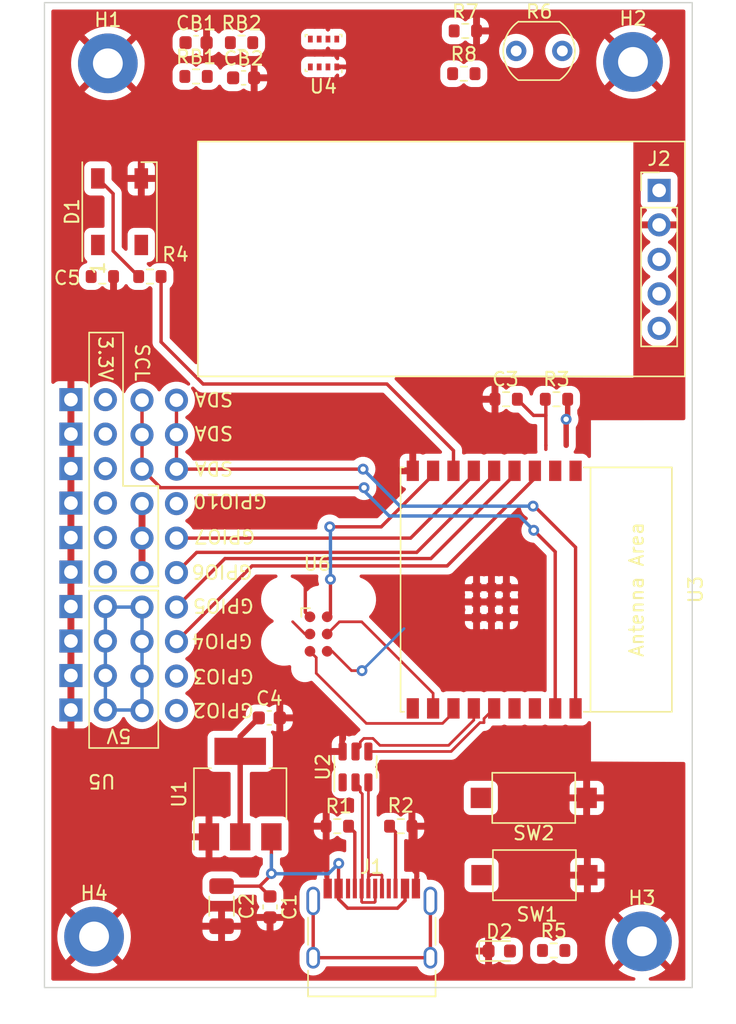
<source format=kicad_pcb>
(kicad_pcb (version 20211014) (generator pcbnew)
  (layers (0 "F.Cu" signal) (31 "B.Cu" signal) (34 "B.Paste" user) (35 "F.Paste" user) (36 "B.SilkS" user "B.Silkscreen") (37 "F.SilkS" user "F.Silkscreen") (38 "B.Mask" user) (39 "F.Mask" user) (44 "Edge.Cuts" user))
  (net 0 "")
  (net 1 "VBUS")
  (net 2 "GND")
  (net 3 "EN")
  (net 4 "+3V3")
  (net 5 "Net-(J1-PadA5)")
  (net 6 "D_IN+")
  (net 7 "D_IN-")
  (net 9 "Net-(J1-PadB5)")
  (net 11 "unconnected-(J1-PadS1)")
  (net 12 "BOOT")
  (net 13 "D+")
  (net 14 "D-")
  (net 16 "GPIO7")
  (net 17 "GPIO6")
  (net 18 "GPIO5")
  (net 19 "GPIO4")
  (net 20 "GPIO10")
  (net 21 "GPIO3")
  (net 22 "GPIO2")
  (net 23 "Net-(D2-Pad2)")
  (net 24 "GPIO8")
  (net 25 "Net-(D1-Pad4)")
  (net 26 "SDA")
  (net 27 "SCL")
  (net 30 "RXD")
  (net 31 "TXD")
  (footprint "0_Project:PinHeader_RCWL-0516" (layer "F.Cu") (at 143.812 71.3332)
    (fp_text reference "J2" (at 0 -2.33) (layer "F.SilkS"))
    (fp_text value "RCWL-0516")
    (fp_line (start 1.33 1.27) (end 1.33 11.49) (layer "F.SilkS") (width 0.12))
    (fp_line (start -1.33 11.49) (end 1.33 11.49) (layer "F.SilkS") (width 0.12))
    (fp_line (start -1.33 1.27) (end 1.33 1.27) (layer "F.SilkS") (width 0.12))
    (fp_line (start -1.33 1.27) (end -1.33 11.49) (layer "F.SilkS") (width 0.12))
    (fp_line (start -1.33 0) (end -1.33 -1.33) (layer "F.SilkS") (width 0.12))
    (fp_line (start -1.33 -1.33) (end 0 -1.33) (layer "F.SilkS") (width 0.12))
    (fp_rect (start 1.9 -3.6) (end -34 13.7) (layer "F.SilkS") (width 0.12) (fill none))
    (pad "1" thru_hole rect (at 0 0) (size 1.7 1.7) (drill 1) (layers *.Cu *.Mask))
    (pad "2" thru_hole oval (at 0 2.54) (size 1.7 1.7) (drill 1) (layers *.Cu *.Mask) (net 2 "GND"))
    (pad "3" thru_hole oval (at 0 5.08) (size 1.7 1.7) (drill 1) (layers *.Cu *.Mask) (net 21 "GPIO3"))
    (pad "4" thru_hole oval (at 0 7.62) (size 1.7 1.7) (drill 1) (layers *.Cu *.Mask) (net 1 "VBUS"))
    (pad "5" thru_hole oval (at 0 10.16) (size 1.7 1.7) (drill 1) (layers *.Cu *.Mask))
    (zone (net 0) (net_name "") (layers *.Cu) (connect_pads (clearance 0)) (min_thickness 0.254)
      (keepout (tracks not_allowed) (vias not_allowed) (pads not_allowed) (copperpour not_allowed) (footprints allowed))
      (fill (thermal_gap 0.508) (thermal_bridge_width 0.508))
      (polygon (pts (xy 141.912 85.1332) (xy 109.812 85.0332) (xy 109.812 67.7332) (xy 141.912 67.7332)))
    )
  )
  (footprint "Capacitor_SMD:C_0603_1608Metric" (layer "F.Cu") (at 113.1832 63.0428)
    (fp_text reference "CB2" (at 0 -1.43) (layer "F.SilkS"))
    (fp_text value "100 nF")
    (fp_line (start -0.14058 0.51) (end 0.14058 0.51) (layer "F.SilkS") (width 0.12))
    (fp_line (start -0.14058 -0.51) (end 0.14058 -0.51) (layer "F.SilkS") (width 0.12))
    (pad "1" smd roundrect (at -0.775 0) (size 0.9 0.95) (layers "F.Cu" "F.Paste" "F.Mask") (net 4 "+3V3"))
    (pad "2" smd roundrect (at 0.775 0) (size 0.9 0.95) (layers "F.Cu" "F.Paste" "F.Mask") (net 2 "GND"))
  )
  (footprint "MountingHole:MountingHole_2.2mm_M2_Pad" (layer "F.Cu") (at 141.8844 61.8744)
    (fp_text reference "H2" (at 0 -3.2) (layer "F.SilkS"))
    (fp_text value "MountingHole_Pad")
    (pad "1" thru_hole circle (at 0 0) (size 4.4 4.4) (drill 2.2) (layers *.Cu *.Mask) (net 2 "GND"))
  )
  (footprint "Capacitor_SMD:C_1206_3216Metric" (layer "F.Cu") (at 111.5568 124.0536 -90)
    (fp_text reference "C2" (at 0 -1.85 90) (layer "F.SilkS"))
    (fp_text value "47uF")
    (fp_line (start -0.711252 0.91) (end 0.711252 0.91) (layer "F.SilkS") (width 0.12))
    (fp_line (start -0.711252 -0.91) (end 0.711252 -0.91) (layer "F.SilkS") (width 0.12))
    (pad "1" smd roundrect (at -1.475 0 270) (size 1.15 1.8) (layers "F.Cu" "F.Paste" "F.Mask") (roundrect_rratio 0.217391) (net 1 "VBUS"))
    (pad "2" smd roundrect (at 1.475 0 270) (size 1.15 1.8) (layers "F.Cu" "F.Paste" "F.Mask") (roundrect_rratio 0.217391) (net 2 "GND"))
  )
  (footprint "0_Project:Connector_IoT_GPIO" (layer "F.Cu") (at 106.8932 114.7038 180)
    (fp_text reference "U5" (at 4.1656 -0.1444 180 unlocked) (layer "F.SilkS"))
    (fp_text value "GPIO Connector")
    (fp_text user "GPIO7" (at -4.9 17.9 180 unlocked) (layer "F.SilkS"))
    (fp_text user "SDA" (at -4.1 22.9 180 unlocked) (layer "F.SilkS"))
    (fp_text user "GPIO3" (at -4.8 7.6 180 unlocked) (layer "F.SilkS"))
    (fp_text user "SDA" (at -4.1 25.5 180 unlocked) (layer "F.SilkS"))
    (fp_text user "SCL" (at 1.2 30.7 270 unlocked) (layer "F.SilkS"))
    (fp_text user "GPIO2" (at -4.8 5.1 180 unlocked) (layer "F.SilkS"))
    (fp_text user "GPIO5" (at -4.8 12.8 180 unlocked) (layer "F.SilkS"))
    (fp_text user "3.3V" (at 3.9 31 270 unlocked) (layer "F.SilkS"))
    (fp_text user "GPIO10" (at -5.3 20.5 180 unlocked) (layer "F.SilkS"))
    (fp_text user "GPIO6" (at -4.7 15.3 180 unlocked) (layer "F.SilkS"))
    (fp_text user "5V" (at 2.9 3.2 180 unlocked) (layer "F.SilkS"))
    (fp_text user "SDA" (at -4.1 28 180 unlocked) (layer "F.SilkS"))
    (fp_text user "GPIO4" (at -4.7 10.2 180 unlocked) (layer "F.SilkS"))
    (fp_line (start 0 14.2) (end 0 21.6) (layer "F.SilkS") (width 0.12))
    (fp_line (start 0 14.2) (end 5.1 14.2) (layer "F.SilkS") (width 0.12))
    (fp_line (start 2.6 32.9) (end 2.6 21.6) (layer "F.SilkS") (width 0.12))
    (fp_line (start 5.1 32.9) (end 2.6 32.9) (layer "F.SilkS") (width 0.12))
    (fp_line (start 5.1 14.2) (end 5.1 32.9) (layer "F.SilkS") (width 0.12))
    (fp_line (start 2.6 21.6) (end 0 21.6) (layer "F.SilkS") (width 0.12))
    (fp_rect (start 0 2.3) (end 5.1 13.9) (layer "F.SilkS") (width 0.12) (fill none))
    (pad "1" thru_hole rect (at 6.44 17.8 180) (size 1.7 1.7) (drill 1) (layers *.Cu *.Mask) (net 2 "GND"))
    (pad "1" thru_hole rect (at 6.44 22.88 180) (size 1.7 1.7) (drill 1) (layers *.Cu *.Mask) (net 2 "GND"))
    (pad "1" thru_hole oval (at 1.2 17.76 180) (size 1.7 1.7) (drill 1) (layers *.Cu *.Mask) (net 2 "GND"))
    (pad "1" thru_hole oval (at 1.2 15.22 180) (size 1.7 1.7) (drill 1) (layers *.Cu *.Mask) (net 2 "GND"))
    (pad "1" thru_hole rect (at 6.44 20.34 180) (size 1.7 1.7) (drill 1) (layers *.Cu *.Mask) (net 2 "GND"))
    (pad "1" thru_hole rect (at 6.44 27.96 180) (size 1.7 1.7) (drill 1) (layers *.Cu *.Mask) (net 2 "GND"))
    (pad "1" thru_hole rect (at 6.44 12.72 180) (size 1.7 1.7) (drill 1) (layers *.Cu *.Mask) (net 2 "GND"))
    (pad "1" thru_hole rect (at 6.44 25.42 180) (size 1.7 1.7) (drill 1) (layers *.Cu *.Mask) (net 2 "GND"))
    (pad "1" thru_hole rect (at 6.44 7.64 180) (size 1.7 1.7) (drill 1) (layers *.Cu *.Mask) (net 2 "GND"))
    (pad "1" thru_hole rect (at 6.44 10.18 180) (size 1.7 1.7) (drill 1) (layers *.Cu *.Mask) (net 2 "GND"))
    (pad "1" thru_hole oval (at 1.2 20.3 180) (size 1.7 1.7) (drill 1) (layers *.Cu *.Mask) (net 2 "GND"))
    (pad "1" thru_hole rect (at 6.44 5.1 180) (size 1.7 1.7) (drill 1) (layers *.Cu *.Mask) (net 2 "GND"))
    (pad "1" thru_hole rect (at 6.44 15.26 180) (size 1.7 1.7) (drill 1) (layers *.Cu *.Mask) (net 2 "GND"))
    (pad "2" thru_hole oval (at 3.9 25.42 180) (size 1.7 1.7) (drill 1) (layers *.Cu *.Mask) (net 4 "+3V3"))
    (pad "2" thru_hole oval (at 3.9 22.88 180) (size 1.7 1.7) (drill 1) (layers *.Cu *.Mask) (net 4 "+3V3"))
    (pad "2" thru_hole oval (at 3.9 20.34 180) (size 1.7 1.7) (drill 1) (layers *.Cu *.Mask) (net 4 "+3V3"))
    (pad "2" thru_hole oval (at 3.9 27.96 180) (size 1.7 1.7) (drill 1) (layers *.Cu *.Mask) (net 4 "+3V3"))
    (pad "2" thru_hole oval (at 3.9 15.26 180) (size 1.7 1.7) (drill 1) (layers *.Cu *.Mask) (net 4 "+3V3"))
    (pad "2" thru_hole oval (at 3.9 17.8 180) (size 1.7 1.7) (drill 1) (layers *.Cu *.Mask) (net 4 "+3V3"))
    (pad "3" thru_hole oval (at 1.2 7.6 180) (size 1.7 1.7) (drill 1) (layers *.Cu *.Mask) (net 1 "VBUS"))
    (pad "3" thru_hole oval (at 3.9 5.1 180) (size 1.7 1.7) (drill 1) (layers *.Cu *.Mask) (net 1 "VBUS"))
    (pad "3" thru_hole oval (at 3.9 7.64 180) (size 1.7 1.7) (drill 1) (layers *.Cu *.Mask) (net 1 "VBUS"))
    (pad "3" thru_hole oval (at 3.9 12.72 180) (size 1.7 1.7) (drill 1) (layers *.Cu *.Mask) (net 1 "VBUS"))
    (pad "3" thru_hole oval (at 1.2 10.14 180) (size 1.7 1.7) (drill 1) (layers *.Cu *.Mask) (net 1 "VBUS"))
    (pad "3" thru_hole oval (at 1.2 12.68 180) (size 1.7 1.7) (drill 1) (layers *.Cu *.Mask) (net 1 "VBUS"))
    (pad "3" thru_hole oval (at 1.2 5.06 180) (size 1.7 1.7) (drill 1) (layers *.Cu *.Mask) (net 1 "VBUS"))
    (pad "3" thru_hole oval (at 3.9 10.18 180) (size 1.7 1.7) (drill 1) (layers *.Cu *.Mask) (net 1 "VBUS"))
    (pad "4" thru_hole oval (at -1.34 22.84 180) (size 1.7 1.7) (drill 1) (layers *.Cu *.Mask) (net 26 "SDA"))
    (pad "4" thru_hole oval (at -1.34 25.38 180) (size 1.7 1.7) (drill 1) (layers *.Cu *.Mask) (net 26 "SDA"))
    (pad "4" thru_hole oval (at -1.34 27.92 180) (size 1.7 1.7) (drill 1) (layers *.Cu *.Mask) (net 26 "SDA"))
    (pad "5" thru_hole oval (at 1.2 22.84 180) (size 1.7 1.7) (drill 1) (layers *.Cu *.Mask) (net 27 "SCL"))
    (pad "5" thru_hole oval (at 1.2 25.38 180) (size 1.7 1.7) (drill 1) (layers *.Cu *.Mask) (net 27 "SCL"))
    (pad "5" thru_hole oval (at 1.2 27.92 180) (size 1.7 1.7) (drill 1) (layers *.Cu *.Mask) (net 27 "SCL"))
    (pad "6" thru_hole oval (at -1.34 5.06 180) (size 1.7 1.7) (drill 1) (layers *.Cu *.Mask) (net 22 "GPIO2"))
    (pad "7" thru_hole oval (at -1.34 7.6 180) (size 1.7 1.7) (drill 1) (layers *.Cu *.Mask) (net 21 "GPIO3"))
    (pad "8" thru_hole oval (at -1.34 10.14 180) (size 1.7 1.7) (drill 1) (layers *.Cu *.Mask) (net 19 "GPIO4"))
    (pad "9" thru_hole oval (at -1.34 12.68 180) (size 1.7 1.7) (drill 1) (layers *.Cu *.Mask) (net 18 "GPIO5"))
    (pad "10" thru_hole oval (at -1.34 15.22 180) (size 1.7 1.7) (drill 1) (layers *.Cu *.Mask) (net 17 "GPIO6"))
    (pad "11" thru_hole oval (at -1.34 17.76 180) (size 1.7 1.7) (drill 1) (layers *.Cu *.Mask) (net 16 "GPIO7"))
    (pad "12" thru_hole oval (at -1.34 20.3 180) (size 1.7 1.7) (drill 1) (layers *.Cu *.Mask) (net 20 "GPIO10"))
  )
  (footprint "Espressif:ESP32-C3-WROOM-02" (layer "F.Cu") (at 133.5024 100.7364 -90)
    (fp_text reference "U3" (at 0 -13 90) (layer "F.SilkS"))
    (fp_text value "ESP32-C3-WROOM-02")
    (fp_text user "Antenna Area" (at 0 -8.65 90) (layer "F.SilkS"))
    (fp_line (start 9 8.75) (end -9 8.75) (layer "F.SilkS") (width 0.12))
    (fp_line (start -9 -11.25) (end -9 -4.75) (layer "F.SilkS") (width 0.12))
    (fp_line (start 9 -5.25) (end -8.95 -5.25) (layer "F.SilkS") (width 0.12))
    (fp_line (start 9 8.5) (end 9 8.75) (layer "F.SilkS") (width 0.12))
    (fp_line (start -9 8.75) (end -9 8.5) (layer "F.SilkS") (width 0.12))
    (fp_line (start 9 -11.25) (end 9 -4.75) (layer "F.SilkS") (width 0.12))
    (fp_line (start -9 -11.25) (end 9 -11.25) (layer "F.SilkS") (width 0.12))
    (pad "1" smd rect locked (at -8.75 -4.15 270) (size 1.5 0.9) (layers "F.Cu" "F.Paste" "F.Mask") (net 4 "+3V3"))
    (pad "2" smd rect locked (at -8.75 -2.65 270) (size 1.5 0.9) (layers "F.Cu" "F.Paste" "F.Mask") (net 3 "EN"))
    (pad "3" smd rect locked (at -8.75 -1.15 270) (size 1.5 0.9) (layers "F.Cu" "F.Paste" "F.Mask") (net 19 "GPIO4"))
    (pad "4" smd rect locked (at -8.75 0.35 270) (size 1.5 0.9) (layers "F.Cu" "F.Paste" "F.Mask") (net 18 "GPIO5"))
    (pad "5" smd rect locked (at -8.75 1.85 270) (size 1.5 0.9) (layers "F.Cu" "F.Paste" "F.Mask") (net 17 "GPIO6"))
    (pad "6" smd rect locked (at -8.75 3.35 270) (size 1.5 0.9) (layers "F.Cu" "F.Paste" "F.Mask") (net 16 "GPIO7"))
    (pad "7" smd rect locked (at -8.75 4.85 270) (size 1.5 0.9) (layers "F.Cu" "F.Paste" "F.Mask") (net 24 "GPIO8"))
    (pad "8" smd rect locked (at -8.75 6.35 270) (size 1.5 0.9) (layers "F.Cu" "F.Paste" "F.Mask") (net 12 "BOOT"))
    (pad "9" smd rect locked (at -8.75 7.85 270) (size 1.5 0.9) (layers "F.Cu" "F.Paste" "F.Mask") (net 2 "GND"))
    (pad "10" smd rect locked (at 8.75 7.85 90) (size 1.5 0.9) (layers "F.Cu" "F.Paste" "F.Mask") (net 20 "GPIO10"))
    (pad "11" smd rect locked (at 8.75 6.35 90) (size 1.5 0.9) (layers "F.Cu" "F.Paste" "F.Mask") (net 30 "RXD"))
    (pad "12" smd rect locked (at 8.75 4.85 90) (size 1.5 0.9) (layers "F.Cu" "F.Paste" "F.Mask") (net 31 "TXD"))
    (pad "13" smd rect locked (at 8.75 3.35 90) (size 1.5 0.9) (layers "F.Cu" "F.Paste" "F.Mask") (net 14 "D-"))
    (pad "14" smd rect locked (at 8.75 1.85 90) (size 1.5 0.9) (layers "F.Cu" "F.Paste" "F.Mask") (net 13 "D+"))
    (pad "15" smd rect locked (at 8.75 0.35 90) (size 1.5 0.9) (layers "F.Cu" "F.Paste" "F.Mask") (net 21 "GPIO3"))
    (pad "16" smd rect locked (at 8.75 -1.15 90) (size 1.5 0.9) (layers "F.Cu" "F.Paste" "F.Mask") (net 22 "GPIO2"))
    (pad "17" smd rect locked (at 8.75 -2.65 90) (size 1.5 0.9) (layers "F.Cu" "F.Paste" "F.Mask") (net 27 "SCL"))
    (pad "18" smd rect locked (at 8.75 -4.15 90) (size 1.5 0.9) (layers "F.Cu" "F.Paste" "F.Mask") (net 26 "SDA"))
    (pad "19" smd rect locked (at 2.06 0.95 90) (size 0.7 0.7) (layers "F.Cu" "F.Paste" "F.Mask") (net 2 "GND"))
    (pad "19" smd rect locked (at 0.91 2.05 90) (size 0.7 0.7) (layers "F.Cu" "F.Paste" "F.Mask") (net 2 "GND"))
    (pad "19" smd rect locked (at 2.06 3.15 90) (size 0.7 0.7) (layers "F.Cu" "F.Paste" "F.Mask") (net 2 "GND"))
    (pad "19" smd rect locked (at 2.06 2.05 90) (size 0.7 0.7) (layers "F.Cu" "F.Paste" "F.Mask") (net 2 "GND"))
    (pad "19" smd rect locked (at 0.91 3.15 90) (size 0.7 0.7) (layers "F.Cu" "F.Paste" "F.Mask") (net 2 "GND"))
    (pad "19" smd rect locked (at -0.14 2.05 90) (size 0.7 0.7) (layers "F.Cu" "F.Paste" "F.Mask") (net 2 "GND"))
    (pad "19" smd rect locked (at 0.91 0.95 90) (size 0.7 0.7) (layers "F.Cu" "F.Paste" "F.Mask") (net 2 "GND"))
    (pad "19" smd rect locked (at -0.14 3.15 90) (size 0.7 0.7) (layers "F.Cu" "F.Paste" "F.Mask") (net 2 "GND"))
    (pad "19" smd rect locked (at -0.14 0.95 90) (size 0.7 0.7) (layers "F.Cu" "F.Paste" "F.Mask") (net 2 "GND"))
  )
  (footprint "MountingHole:MountingHole_2.2mm_M2_Pad" (layer "F.Cu") (at 142.5448 126.6444)
    (fp_text reference "H3" (at 0 -3.2) (layer "F.SilkS"))
    (fp_text value "MountingHole_Pad")
    (pad "1" thru_hole circle (at 0 0) (size 4.4 4.4) (drill 2.2) (layers *.Cu *.Mask) (net 2 "GND"))
  )
  (footprint "Resistor_SMD:R_0603_1608Metric" (layer "F.Cu") (at 106.2736 77.677889 180)
    (fp_text reference "R4" (at -1.8796 1.6256) (layer "F.SilkS"))
    (fp_text value "500 Ω")
    (fp_line (start -0.237258 -0.5225) (end 0.237258 -0.5225) (layer "F.SilkS") (width 0.12))
    (fp_line (start -0.237258 0.5225) (end 0.237258 0.5225) (layer "F.SilkS") (width 0.12))
    (pad "1" smd roundrect (at -0.825 0 180) (size 0.8 0.95) (layers "F.Cu" "F.Paste" "F.Mask") (net 24 "GPIO8"))
    (pad "2" smd roundrect (at 0.825 0 180) (size 0.8 0.95) (layers "F.Cu" "F.Paste" "F.Mask") (net 25 "Net-(D1-Pad4)"))
  )
  (footprint "Resistor_SMD:R_0603_1608Metric" (layer "F.Cu") (at 113.03 60.452)
    (fp_text reference "RB2" (at 0 -1.43) (layer "F.SilkS"))
    (fp_text value "4.7 K")
    (fp_line (start -0.237258 -0.5225) (end 0.237258 -0.5225) (layer "F.SilkS") (width 0.12))
    (fp_line (start -0.237258 0.5225) (end 0.237258 0.5225) (layer "F.SilkS") (width 0.12))
    (pad "1" smd roundrect (at -0.825 0) (size 0.8 0.95) (layers "F.Cu" "F.Paste" "F.Mask") (net 27 "SCL"))
    (pad "2" smd roundrect (at 0.825 0) (size 0.8 0.95) (layers "F.Cu" "F.Paste" "F.Mask") (net 4 "+3V3"))
  )
  (footprint "Package_TO_SOT_SMD:SOT-23-6" (layer "F.Cu") (at 121.4312 113.798 90)
    (fp_text reference "U2" (at 0 -2.4 90) (layer "F.SilkS"))
    (fp_text value "STF202-22T1G")
    (fp_line (start 0 1.56) (end 0.8 1.56) (layer "F.SilkS") (width 0.12))
    (fp_line (start 0 -1.56) (end 0.8 -1.56) (layer "F.SilkS") (width 0.12))
    (fp_line (start 0 -1.56) (end -1.8 -1.56) (layer "F.SilkS") (width 0.12))
    (fp_line (start 0 1.56) (end -0.8 1.56) (layer "F.SilkS") (width 0.12))
    (pad "1" smd roundrect (at -1.1375 -0.95 90) (size 1.325 0.6) (layers "F.Cu" "F.Paste" "F.Mask") (net 1 "VBUS"))
    (pad "2" smd roundrect (at -1.1375 0 90) (size 1.325 0.6) (layers "F.Cu" "F.Paste" "F.Mask") (net 7 "D_IN-"))
    (pad "3" smd roundrect (at -1.1375 0.95 90) (size 1.325 0.6) (layers "F.Cu" "F.Paste" "F.Mask") (net 6 "D_IN+"))
    (pad "4" smd roundrect (at 1.1375 0.95 90) (size 1.325 0.6) (layers "F.Cu" "F.Paste" "F.Mask") (net 13 "D+"))
    (pad "5" smd roundrect (at 1.1375 0 90) (size 1.325 0.6) (layers "F.Cu" "F.Paste" "F.Mask") (net 14 "D-"))
    (pad "6" smd roundrect (at 1.1375 -0.95 90) (size 1.325 0.6) (layers "F.Cu" "F.Paste" "F.Mask") (net 2 "GND"))
  )
  (footprint "Resistor_SMD:R_0603_1608Metric" (layer "F.Cu") (at 136.2456 86.7156 180)
    (fp_text reference "R3" (at 0 1.4732) (layer "F.SilkS"))
    (fp_text value "10K")
    (fp_line (start -0.237258 0.5225) (end 0.237258 0.5225) (layer "F.SilkS") (width 0.12))
    (fp_line (start -0.237258 -0.5225) (end 0.237258 -0.5225) (layer "F.SilkS") (width 0.12))
    (pad "1" smd roundrect (at -0.825 0 180) (size 0.8 0.95) (layers "F.Cu" "F.Paste" "F.Mask") (net 4 "+3V3"))
    (pad "2" smd roundrect (at 0.825 0 180) (size 0.8 0.95) (layers "F.Cu" "F.Paste" "F.Mask") (net 3 "EN"))
  )
  (footprint "Connector:Tag-Connect_TC2030-IDC-FP_2x03_P1.27mm_Vertical" (layer "F.Cu") (at 118.707171 104.008827 -90)
    (fp_text reference "U6" (at -5.1776 0.1016 180) (layer "F.SilkS"))
    (fp_text value "Connector_ESProg")
    (fp_line (start -1.27 1.27) (end -1.905 1.27) (layer "F.SilkS") (width 0.12))
    (fp_line (start -1.905 1.27) (end -1.905 0.635) (layer "F.SilkS") (width 0.12))
    (pad "" np_thru_hole circle (at 2.54 1.016 270) (size 0.9906 0.9906) (drill 0.9906) (layers *.Cu *.Mask))
    (pad "" np_thru_hole circle (at -2.54 0 270) (size 0.9906 0.9906) (drill 0.9906) (layers *.Cu *.Mask))
    (pad "" np_thru_hole circle (at -2.54 -2.54 270) (size 2.3749 2.3749) (drill 2.3749) (layers *.Cu *.Mask))
    (pad "" np_thru_hole circle (at 2.54 -1.016 270) (size 0.9906 0.9906) (drill 0.9906) (layers *.Cu *.Mask))
    (pad "" np_thru_hole circle (at -2.54 2.54 270) (size 2.3749 2.3749) (drill 2.3749) (layers *.Cu *.Mask))
    (pad "" np_thru_hole circle (at 0.635 -2.54 270) (size 2.3749 2.3749) (drill 2.3749) (layers *.Cu *.Mask))
    (pad "" np_thru_hole circle (at 0.635 2.54 270) (size 2.3749 2.3749) (drill 2.3749) (layers *.Cu *.Mask))
    (pad "1" connect circle (at -1.27 0.635 270) (size 0.7874 0.7874) (layers "F.Cu" "F.Mask") (net 2 "GND"))
    (pad "2" connect circle (at -1.27 -0.635 270) (size 0.7874 0.7874) (layers "F.Cu" "F.Mask") (net 12 "BOOT"))
    (pad "3" connect circle (at 0 0.635 270) (size 0.7874 0.7874) (layers "F.Cu" "F.Mask") (net 4 "+3V3"))
    (pad "4" connect circle (at 0 -0.635 270) (size 0.7874 0.7874) (layers "F.Cu" "F.Mask") (net 30 "RXD"))
    (pad "5" connect circle (at 1.27 0.635 270) (size 0.7874 0.7874) (layers "F.Cu" "F.Mask") (net 31 "TXD"))
    (pad "6" connect circle (at 1.27 -0.635 270) (size 0.7874 0.7874) (layers "F.Cu" "F.Mask") (net 3 "EN"))
    (zone (net 0) (net_name "") (layer "F.Cu") (connect_pads (clearance 0)) (min_thickness 0.254)
      (keepout (tracks allowed) (vias not_allowed) (pads allowed) (copperpour not_allowed) (footprints not_allowed))
      (fill (thermal_gap 0.508) (thermal_bridge_width 0.508))
      (polygon (pts (xy 119.342171 105.278827) (xy 119.342171 102.738827) (xy 118.072171 102.738827) (xy 118.072171 105.278827)))
    )
  )
  (footprint "Resistor_SMD:R_0603_1608Metric" (layer "F.Cu") (at 124.7648 118.162)
    (fp_text reference "R2" (at 0 -1.524) (layer "F.SilkS"))
    (fp_text value "4k7")
    (fp_line (start -0.237258 -0.5225) (end 0.237258 -0.5225) (layer "F.SilkS") (width 0.12))
    (fp_line (start -0.237258 0.5225) (end 0.237258 0.5225) (layer "F.SilkS") (width 0.12))
    (pad "1" smd roundrect (at -0.825 0) (size 0.8 0.95) (layers "F.Cu" "F.Paste" "F.Mask") (net 9 "Net-(J1-PadB5)"))
    (pad "2" smd roundrect (at 0.825 0) (size 0.8 0.95) (layers "F.Cu" "F.Paste" "F.Mask") (net 2 "GND"))
  )
  (footprint "Connector_USB:USB_C_Receptacle_HRO_TYPE-C-31-M-12" (layer "F.Cu") (at 122.6312 126.798)
    (fp_text reference "J1" (at 0 -5.645) (layer "F.SilkS"))
    (fp_text value "USB_C_Receptacle_USB2.0")
    (fp_line (start -4.7 3.9) (end 4.7 3.9) (layer "F.SilkS") (width 0.12))
    (fp_line (start 4.7 2) (end 4.7 3.9) (layer "F.SilkS") (width 0.12))
    (fp_line (start 4.7 -1.9) (end 4.7 0.1) (layer "F.SilkS") (width 0.12))
    (fp_line (start -4.7 -1.9) (end -4.7 0.1) (layer "F.SilkS") (width 0.12))
    (fp_line (start -4.7 2) (end -4.7 3.9) (layer "F.SilkS") (width 0.12))
    (pad "" np_thru_hole circle (at 2.89 -2.6) (size 0.65 0.65) (drill 0.65) (layers *.Cu *.Mask))
    (pad "" np_thru_hole circle (at -2.89 -2.6) (size 0.65 0.65) (drill 0.65) (layers *.Cu *.Mask))
    (pad "A1" smd rect (at -3.25 -4.045) (size 0.6 1.45) (layers "F.Cu" "F.Paste" "F.Mask") (net 2 "GND"))
    (pad "A4" smd rect (at -2.45 -4.045) (size 0.6 1.45) (layers "F.Cu" "F.Paste" "F.Mask") (net 1 "VBUS"))
    (pad "A5" smd rect (at -1.25 -4.045) (size 0.3 1.45) (layers "F.Cu" "F.Paste" "F.Mask") (net 5 "Net-(J1-PadA5)"))
    (pad "A6" smd rect (at -0.25 -4.045) (size 0.3 1.45) (layers "F.Cu" "F.Paste" "F.Mask") (net 6 "D_IN+"))
    (pad "A7" smd rect (at 0.25 -4.045) (size 0.3 1.45) (layers "F.Cu" "F.Paste" "F.Mask") (net 7 "D_IN-"))
    (pad "A8" smd rect (at 1.25 -4.045) (size 0.3 1.45) (layers "F.Cu" "F.Paste" "F.Mask"))
    (pad "A9" smd rect (at 2.45 -4.045) (size 0.6 1.45) (layers "F.Cu" "F.Paste" "F.Mask") (net 1 "VBUS"))
    (pad "A12" smd rect (at 3.25 -4.045) (size 0.6 1.45) (layers "F.Cu" "F.Paste" "F.Mask") (net 2 "GND"))
    (pad "B1" smd rect (at 3.25 -4.045) (size 0.6 1.45) (layers "F.Cu" "F.Paste" "F.Mask") (net 2 "GND"))
    (pad "B4" smd rect (at 2.45 -4.045) (size 0.6 1.45) (layers "F.Cu" "F.Paste" "F.Mask") (net 1 "VBUS"))
    (pad "B5" smd rect (at 1.75 -4.045) (size 0.3 1.45) (layers "F.Cu" "F.Paste" "F.Mask") (net 9 "Net-(J1-PadB5)"))
    (pad "B6" smd rect (at 0.75 -4.045) (size 0.3 1.45) (layers "F.Cu" "F.Paste" "F.Mask") (net 6 "D_IN+"))
    (pad "B7" smd rect (at -0.75 -4.045) (size 0.3 1.45) (layers "F.Cu" "F.Paste" "F.Mask") (net 7 "D_IN-"))
    (pad "B8" smd rect (at -1.75 -4.045) (size 0.3 1.45) (layers "F.Cu" "F.Paste" "F.Mask"))
    (pad "B9" smd rect (at -2.45 -4.045) (size 0.6 1.45) (layers "F.Cu" "F.Paste" "F.Mask") (net 1 "VBUS"))
    (pad "B12" smd rect (at -3.25 -4.045) (size 0.6 1.45) (layers "F.Cu" "F.Paste" "F.Mask") (net 2 "GND"))
    (pad "S1" thru_hole oval (at 4.32 -3.13) (size 1 2.1) (drill oval 0.6 1.7) (layers *.Cu *.Mask) (net 11 "unconnected-(J1-PadS1)"))
    (pad "S1" thru_hole oval (at -4.32 1.05) (size 1 1.6) (drill oval 0.6 1.2) (layers *.Cu *.Mask) (net 11 "unconnected-(J1-PadS1)"))
    (pad "S1" thru_hole oval (at -4.32 -3.13) (size 1 2.1) (drill oval 0.6 1.7) (layers *.Cu *.Mask) (net 11 "unconnected-(J1-PadS1)"))
    (pad "S1" thru_hole oval (at 4.32 1.05) (size 1 1.6) (drill oval 0.6 1.2) (layers *.Cu *.Mask) (net 11 "unconnected-(J1-PadS1)"))
  )
  (footprint "LED_SMD:LED_0603_1608Metric" (layer "F.Cu") (at 132.0292 127.3556)
    (fp_text reference "D2" (at 0 -1.43) (layer "F.SilkS"))
    (fp_text value "Power LED")
    (fp_line (start -1.485 0.735) (end 0.8 0.735) (layer "F.SilkS") (width 0.12))
    (fp_line (start 0.8 -0.735) (end -1.485 -0.735) (layer "F.SilkS") (width 0.12))
    (fp_line (start -1.485 -0.735) (end -1.485 0.735) (layer "F.SilkS") (width 0.12))
    (pad "1" smd roundrect (at -0.7875 0) (size 0.875 0.95) (layers "F.Cu" "F.Paste" "F.Mask") (net 2 "GND"))
    (pad "2" smd roundrect (at 0.7875 0) (size 0.875 0.95) (layers "F.Cu" "F.Paste" "F.Mask") (net 23 "Net-(D2-Pad2)"))
  )
  (footprint "Capacitor_SMD:C_0603_1608Metric" (layer "F.Cu") (at 115.075 110.1852)
    (fp_text reference "C4" (at 0 -1.43) (layer "F.SilkS"))
    (fp_text value "10uF")
    (fp_line (start -0.14058 -0.51) (end 0.14058 -0.51) (layer "F.SilkS") (width 0.12))
    (fp_line (start -0.14058 0.51) (end 0.14058 0.51) (layer "F.SilkS") (width 0.12))
    (pad "1" smd roundrect (at -0.775 0) (size 0.9 0.95) (layers "F.Cu" "F.Paste" "F.Mask") (net 4 "+3V3"))
    (pad "2" smd roundrect (at 0.775 0) (size 0.9 0.95) (layers "F.Cu" "F.Paste" "F.Mask") (net 2 "GND"))
  )
  (footprint "Resistor_SMD:R_0603_1608Metric" (layer "F.Cu") (at 109.6772 62.9412)
    (fp_text reference "RB1" (at 0 -1.43) (layer "F.SilkS"))
    (fp_text value "4.7 K")
    (fp_line (start -0.237258 -0.5225) (end 0.237258 -0.5225) (layer "F.SilkS") (width 0.12))
    (fp_line (start -0.237258 0.5225) (end 0.237258 0.5225) (layer "F.SilkS") (width 0.12))
    (pad "1" smd roundrect (at -0.825 0) (size 0.8 0.95) (layers "F.Cu" "F.Paste" "F.Mask") (net 26 "SDA"))
    (pad "2" smd roundrect (at 0.825 0) (size 0.8 0.95) (layers "F.Cu" "F.Paste" "F.Mask") (net 4 "+3V3"))
  )
  (footprint "Package_TO_SOT_SMD:SOT-223-3_TabPin2" (layer "F.Cu") (at 112.9312 115.798 90)
    (fp_text reference "U1" (at 0 -4.5 90) (layer "F.SilkS"))
    (fp_text value "AMS1117-3.3")
    (fp_line (start -1.85 3.41) (end 1.91 3.41) (layer "F.SilkS") (width 0.12))
    (fp_line (start 1.91 -3.41) (end 1.91 -2.15) (layer "F.SilkS") (width 0.12))
    (fp_line (start -4.1 -3.41) (end 1.91 -3.41) (layer "F.SilkS") (width 0.12))
    (fp_line (start 1.91 3.41) (end 1.91 2.15) (layer "F.SilkS") (width 0.12))
    (pad "1" smd rect (at -3.15 -2.3 90) (size 2 1.5) (layers "F.Cu" "F.Paste" "F.Mask") (net 2 "GND"))
    (pad "2" smd rect (at 3.15 0 90) (size 2 3.8) (layers "F.Cu" "F.Paste" "F.Mask") (net 4 "+3V3"))
    (pad "2" smd rect (at -3.15 0 90) (size 2 1.5) (layers "F.Cu" "F.Paste" "F.Mask") (net 4 "+3V3"))
    (pad "3" smd rect (at -3.15 2.3 90) (size 2 1.5) (layers "F.Cu" "F.Paste" "F.Mask") (net 1 "VBUS"))
  )
  (footprint "Resistor_SMD:R_0603_1608Metric" (layer "F.Cu") (at 102.7684 77.677889)
    (fp_text reference "C5" (at -2.5908 0.1016) (layer "F.SilkS"))
    (fp_text value "10nF")
    (fp_line (start -0.237258 -0.5225) (end 0.237258 -0.5225) (layer "F.SilkS") (width 0.12))
    (fp_line (start -0.237258 0.5225) (end 0.237258 0.5225) (layer "F.SilkS") (width 0.12))
    (pad "1" smd roundrect (at -0.825 0) (size 0.8 0.95) (layers "F.Cu" "F.Paste" "F.Mask") (net 4 "+3V3"))
    (pad "2" smd roundrect (at 0.825 0) (size 0.8 0.95) (layers "F.Cu" "F.Paste" "F.Mask") (net 2 "GND"))
  )
  (footprint "MountingHole:MountingHole_2.2mm_M2_Pad" (layer "F.Cu") (at 103.1748 61.976)
    (fp_text reference "H1" (at 0 -3.2) (layer "F.SilkS"))
    (fp_text value "MountingHole_Pad")
    (pad "1" thru_hole circle (at 0 0) (size 4.4 4.4) (drill 2.2) (layers *.Cu *.Mask) (net 2 "GND"))
  )
  (footprint "LED_SMD:LED_WS2812B_PLCC4_5.0x5.0mm_P3.2mm" (layer "F.Cu") (at 104.0384 72.902689 90)
    (fp_text reference "D1" (at 0 -3.5 90) (layer "F.SilkS"))
    (fp_text value "WS2812B")
    (fp_text user "1" (at -4.15 -1.6 90) (layer "F.SilkS"))
    (fp_line (start -3.65 -2.75) (end 3.65 -2.75) (layer "F.SilkS") (width 0.12))
    (fp_line (start 3.65 2.75) (end 3.65 1.6) (layer "F.SilkS") (width 0.12))
    (fp_line (start -3.65 2.75) (end 3.65 2.75) (layer "F.SilkS") (width 0.12))
    (pad "1" smd rect (at -2.45 -1.6 90) (size 1.5 1) (layers "F.Cu" "F.Paste" "F.Mask") (net 4 "+3V3"))
    (pad "2" smd rect (at -2.45 1.6 90) (size 1.5 1) (layers "F.Cu" "F.Paste" "F.Mask"))
    (pad "3" smd rect (at 2.45 1.6 90) (size 1.5 1) (layers "F.Cu" "F.Paste" "F.Mask") (net 2 "GND"))
    (pad "4" smd rect (at 2.45 -1.6 90) (size 1.5 1) (layers "F.Cu" "F.Paste" "F.Mask") (net 25 "Net-(D1-Pad4)"))
  )
  (footprint "OptoDevice:R_LDR_5.1x4.3mm_P3.4mm_Vertical" (layer "F.Cu") (at 133.2756 61.0616)
    (fp_text reference "R6" (at 1.7 -2.9) (layer "F.SilkS"))
    (fp_text value "LDR07")
    (fp_line (start 0.15 2.15) (end 3.2 2.15) (layer "F.SilkS") (width 0.12))
    (fp_line (start 0.15 -2.15) (end 3.2 -2.15) (layer "F.SilkS") (width 0.12))
    (fp_arc (start 0.15 2.15) (mid -0.950438 -0.013368) (end 0.171766 -2.165525) (layer "F.SilkS") (width 0.12))
    (fp_arc (start 3.2 -2.15) (mid 4.321403 -0.027338) (end 3.244513 2.118249) (layer "F.SilkS") (width 0.12))
    (pad "1" thru_hole circle (at 0 0) (size 1.5 1.5) (drill 0.8) (layers *.Cu *.Mask) (net 4 "+3V3"))
    (pad "2" thru_hole circle (at 3.4 0) (size 1.5 1.5) (drill 0.8) (layers *.Cu *.Mask) (net 22 "GPIO2"))
  )
  (footprint "Capacitor_SMD:C_0603_1608Metric" (layer "F.Cu") (at 115.13 124.1096 -90)
    (fp_text reference "C1" (at 0 -1.43 90) (layer "F.SilkS"))
    (fp_text value "10uF")
    (fp_line (start -0.14058 -0.51) (end 0.14058 -0.51) (layer "F.SilkS") (width 0.12))
    (fp_line (start -0.14058 0.51) (end 0.14058 0.51) (layer "F.SilkS") (width 0.12))
    (pad "1" smd roundrect (at -0.775 0 270) (size 0.9 0.95) (layers "F.Cu" "F.Paste" "F.Mask") (net 1 "VBUS"))
    (pad "2" smd roundrect (at 0.775 0 270) (size 0.9 0.95) (layers "F.Cu" "F.Paste" "F.Mask") (net 2 "GND"))
  )
  (footprint "Resistor_SMD:R_0603_1608Metric" (layer "F.Cu") (at 132.5372 86.7156 180)
    (fp_text reference "C3" (at 0.0508 1.4732) (layer "F.SilkS"))
    (fp_text value "100nF")
    (fp_line (start -0.237258 -0.5225) (end 0.237258 -0.5225) (layer "F.SilkS") (width 0.12))
    (fp_line (start -0.237258 0.5225) (end 0.237258 0.5225) (layer "F.SilkS") (width 0.12))
    (pad "1" smd roundrect (at -0.825 0 180) (size 0.8 0.95) (layers "F.Cu" "F.Paste" "F.Mask") (net 3 "EN"))
    (pad "2" smd roundrect (at 0.825 0 180) (size 0.8 0.95) (layers "F.Cu" "F.Paste" "F.Mask") (net 2 "GND"))
  )
  (footprint "Capacitor_SMD:C_0603_1608Metric" (layer "F.Cu") (at 109.678 60.452)
    (fp_text reference "CB1" (at 0 -1.43) (layer "F.SilkS"))
    (fp_text value "100 nF")
    (fp_line (start -0.14058 -0.51) (end 0.14058 -0.51) (layer "F.SilkS") (width 0.12))
    (fp_line (start -0.14058 0.51) (end 0.14058 0.51) (layer "F.SilkS") (width 0.12))
    (pad "1" smd roundrect (at -0.775 0) (size 0.9 0.95) (layers "F.Cu" "F.Paste" "F.Mask") (net 4 "+3V3"))
    (pad "2" smd roundrect (at 0.775 0) (size 0.9 0.95) (layers "F.Cu" "F.Paste" "F.Mask") (net 2 "GND"))
  )
  (footprint "MountingHole:MountingHole_2.2mm_M2_Pad" (layer "F.Cu") (at 102.1588 126.2888)
    (fp_text reference "H4" (at 0 -3.2) (layer "F.SilkS"))
    (fp_text value "MountingHole_Pad")
    (pad "1" thru_hole circle (at 0 0) (size 4.4 4.4) (drill 2.2) (layers *.Cu *.Mask) (net 2 "GND"))
  )
  (footprint "Resistor_SMD:R_0603_1608Metric" (layer "F.Cu") (at 136.0392 127.3156)
    (fp_text reference "R5" (at 0 -1.43) (layer "F.SilkS"))
    (fp_text value "5.1kΩ")
    (fp_line (start -0.237258 -0.5225) (end 0.237258 -0.5225) (layer "F.SilkS") (width 0.12))
    (fp_line (start -0.237258 0.5225) (end 0.237258 0.5225) (layer "F.SilkS") (width 0.12))
    (pad "1" smd roundrect (at -0.825 0) (size 0.8 0.95) (layers "F.Cu" "F.Paste" "F.Mask") (net 4 "+3V3"))
    (pad "2" smd roundrect (at 0.825 0) (size 0.8 0.95) (layers "F.Cu" "F.Paste" "F.Mask") (net 23 "Net-(D2-Pad2)"))
  )
  (footprint "Resistor_SMD:R_0603_1608Metric" (layer "F.Cu") (at 129.5278 59.5884)
    (fp_text reference "R7" (at 0 -1.43) (layer "F.SilkS"))
    (fp_text value "10kΩ")
    (fp_line (start -0.237258 0.5225) (end 0.237258 0.5225) (layer "F.SilkS") (width 0.12))
    (fp_line (start -0.237258 -0.5225) (end 0.237258 -0.5225) (layer "F.SilkS") (width 0.12))
    (pad "1" smd roundrect (at -0.825 0) (size 0.8 0.95) (layers "F.Cu" "F.Paste" "F.Mask") (net 22 "GPIO2"))
    (pad "2" smd roundrect (at 0.825 0) (size 0.8 0.95) (layers "F.Cu" "F.Paste" "F.Mask") (net 2 "GND"))
  )
  (footprint "Button_Switch_SMD:SW_SPST_CK_RS282G05A3" (layer "F.Cu") (at 134.5692 116.078 180)
    (fp_text reference "SW2" (at 0 -2.6) (layer "F.SilkS"))
    (fp_text value "Boot")
    (fp_line (start 3.06 -1.85) (end 3.06 1.85) (layer "F.SilkS") (width 0.12))
    (fp_line (start 3.06 1.85) (end -3.06 1.85) (layer "F.SilkS") (width 0.12))
    (fp_line (start -3.06 1.85) (end -3.06 -1.85) (layer "F.SilkS") (width 0.12))
    (fp_line (start -3.06 -1.85) (end 3.06 -1.85) (layer "F.SilkS") (width 0.12))
    (pad "1" smd rect (at -3.9 0 180) (size 1.5 1.5) (layers "F.Cu" "F.Paste" "F.Mask") (net 2 "GND"))
    (pad "2" smd rect (at 3.9 0 180) (size 1.5 1.5) (layers "F.Cu" "F.Paste" "F.Mask") (net 12 "BOOT"))
  )
  (footprint "Button_Switch_SMD:SW_SPST_CK_RS282G05A3" (layer "F.Cu") (at 134.62 121.7676 180)
    (fp_text reference "SW1" (at -0.2032 -2.8956) (layer "F.SilkS"))
    (fp_text value "Reset")
    (fp_line (start 3.06 1.85) (end -3.06 1.85) (layer "F.SilkS") (width 0.12))
    (fp_line (start 3.06 -1.85) (end 3.06 1.85) (layer "F.SilkS") (width 0.12))
    (fp_line (start -3.06 1.85) (end -3.06 -1.85) (layer "F.SilkS") (width 0.12))
    (fp_line (start -3.06 -1.85) (end 3.06 -1.85) (layer "F.SilkS") (width 0.12))
    (pad "1" smd rect (at -3.9 0 180) (size 1.5 1.5) (layers "F.Cu" "F.Paste" "F.Mask") (net 2 "GND"))
    (pad "2" smd rect (at 3.9 0 180) (size 1.5 1.5) (layers "F.Cu" "F.Paste" "F.Mask") (net 3 "EN"))
  )
  (footprint "Resistor_SMD:R_0603_1608Metric" (layer "F.Cu") (at 120.0912 118.162 180)
    (fp_text reference "R1" (at -0.1016 1.4732) (layer "F.SilkS"))
    (fp_text value "4k7")
    (fp_line (start -0.237258 0.5225) (end 0.237258 0.5225) (layer "F.SilkS") (width 0.12))
    (fp_line (start -0.237258 -0.5225) (end 0.237258 -0.5225) (layer "F.SilkS") (width 0.12))
    (pad "1" smd roundrect (at -0.825 0 180) (size 0.8 0.95) (layers "F.Cu" "F.Paste" "F.Mask") (net 5 "Net-(J1-PadA5)"))
    (pad "2" smd roundrect (at 0.825 0 180) (size 0.8 0.95) (layers "F.Cu" "F.Paste" "F.Mask") (net 2 "GND"))
  )
  (footprint "Package_LGA:Bosch_LGA-8_2.5x2.5mm_P0.65mm_ClockwisePinNumbering" (layer "F.Cu") (at 119.0752 61.214 180)
    (fp_text reference "U4" (at 0.015 -2.465) (layer "F.SilkS"))
    (fp_text value "BME280")
    (fp_line (start 1.35 1.35) (end 1.35 1.2) (layer "F.SilkS") (width 0.1))
    (fp_line (start 1.35 1.35) (end 1.2 1.35) (layer "F.SilkS") (width 0.1))
    (fp_line (start -1.35 -1.2) (end -1.35 -1.45) (layer "F.SilkS") (width 0.1))
    (fp_line (start -1.35 1.36) (end -1.2 1.36) (layer "F.SilkS") (width 0.1))
    (fp_line (start -1.35 1.35) (end -1.35 1.2) (layer "F.SilkS") (width 0.1))
    (fp_line (start 1.35 -1.35) (end 1.35 -1.2) (layer "F.SilkS") (width 0.1))
    (fp_line (start 1.2 -1.35) (end 1.35 -1.35) (layer "F.SilkS") (width 0.1))
    (pad "1" smd rect (at -0.975 -1.025 270) (size 0.5 0.35) (layers "F.Cu" "F.Paste" "F.Mask") (net 2 "GND"))
    (pad "2" smd rect (at -0.325 -1.025 270) (size 0.5 0.35) (layers "F.Cu" "F.Paste" "F.Mask") (net 4 "+3V3"))
    (pad "3" smd rect (at 0.325 -1.025 270) (size 0.5 0.35) (layers "F.Cu" "F.Paste" "F.Mask") (net 26 "SDA"))
    (pad "4" smd rect (at 0.975 -1.025 270) (size 0.5 0.35) (layers "F.Cu" "F.Paste" "F.Mask") (net 27 "SCL"))
    (pad "5" smd rect (at 0.975 1.025 270) (size 0.5 0.35) (layers "F.Cu" "F.Paste" "F.Mask") (net 4 "+3V3"))
    (pad "6" smd rect (at 0.325 1.025 270) (size 0.5 0.35) (layers "F.Cu" "F.Paste" "F.Mask") (net 4 "+3V3"))
    (pad "7" smd rect (at -0.325 1.025 270) (size 0.5 0.35) (layers "F.Cu" "F.Paste" "F.Mask") (net 2 "GND"))
    (pad "8" smd rect (at -0.975 1.025 270) (size 0.5 0.35) (layers "F.Cu" "F.Paste" "F.Mask") (net 4 "+3V3"))
  )
  (footprint "Resistor_SMD:R_0603_1608Metric" (layer "F.Cu") (at 129.414 62.738)
    (fp_text reference "R8" (at 0 -1.43) (layer "F.SilkS"))
    (fp_text value "10kΩ")
    (fp_line (start -0.237258 0.5225) (end 0.237258 0.5225) (layer "F.SilkS") (width 0.12))
    (fp_line (start -0.237258 -0.5225) (end 0.237258 -0.5225) (layer "F.SilkS") (width 0.12))
    (pad "1" smd roundrect (at -0.825 0) (size 0.8 0.95) (layers "F.Cu" "F.Paste" "F.Mask") (net 22 "GPIO2"))
    (pad "2" smd roundrect (at 0.825 0) (size 0.8 0.95) (layers "F.Cu" "F.Paste" "F.Mask") (net 4 "+3V3"))
  )
  (gr_rect (start 146.2532 130.048) (end 98.5012 57.5056) (layer "Edge.Cuts") (width 0.1) (fill none))
  (segment (start 124.527896 124.202031) (end 120.849231 124.202031) (width 0.25) (layer "F.Cu") (net 1))
  (segment (start 120.1812 120.9664) (end 120.1928 120.904) (width 0.25) (layer "F.Cu") (net 1))
  (segment (start 115.2312 121.7214) (end 115.2312 121.6492) (width 0.25) (layer "F.Cu") (net 1))
  (segment (start 120.849231 124.202031) (end 120.1812 123.534) (width 0.25) (layer "F.Cu") (net 1))
  (segment (start 115.2312 121.6492) (end 115.2312 118.948) (width 0.25) (layer "F.Cu") (net 1))
  (segment (start 120.1928 120.904) (end 120.1928 120.9548) (width 0.25) (layer "F.Cu") (net 1))
  (segment (start 125.0812 122.753) (end 125.0812 123.648727) (width 0.25) (layer "F.Cu") (net 1))
  (segment (start 114.374 122.5786) (end 111.5568 122.5786) (width 0.25) (layer "F.Cu") (net 1))
  (segment (start 120.1812 122.753) (end 120.1812 120.9664) (width 0.25) (layer "F.Cu") (net 1))
  (segment (start 125.0812 123.648727) (end 124.527896 124.202031) (width 0.25) (layer "F.Cu") (net 1))
  (segment (start 120.1812 123.534) (end 120.1812 122.753) (width 0.25) (layer "F.Cu") (net 1))
  (segment (start 115.13 123.3346) (end 114.374 122.5786) (width 0.25) (layer "F.Cu") (net 1))
  (segment (start 114.374 122.5786) (end 115.2312 121.7214) (width 0.25) (layer "F.Cu") (net 1))
  (via (at 115.2312 121.6492) (size 0.8) (drill 0.4) (layers "F.Cu" "B.Cu") (net 1))
  (via (at 120.1928 120.904) (size 0.8) (drill 0.4) (layers "F.Cu" "B.Cu") (net 1))
  (segment (start 115.2312 121.6492) (end 115.2312 120.2994) (width 0.25) (layer "B.Cu") (net 1))
  (segment (start 105.6932 102.0238) (end 103.0332 102.0238) (width 0.25) (layer "B.Cu") (net 1))
  (segment (start 119.4308 121.666) (end 120.1928 120.904) (width 0.25) (layer "B.Cu") (net 1))
  (segment (start 103.0332 102.0238) (end 102.9932 101.9838) (width 0.25) (layer "B.Cu") (net 1))
  (segment (start 105.6532 109.6038) (end 105.6932 109.6438) (width 0.25) (layer "B.Cu") (net 1))
  (segment (start 105.6932 109.6438) (end 105.6932 102.0238) (width 0.25) (layer "B.Cu") (net 1))
  (segment (start 115.2312 121.6492) (end 115.2484 121.6492) (width 0.25) (layer "B.Cu") (net 1))
  (segment (start 115.2484 121.6492) (end 115.2652 121.666) (width 0.25) (layer "B.Cu") (net 1))
  (segment (start 102.9932 101.9838) (end 102.9932 109.6038) (width 0.25) (layer "B.Cu") (net 1))
  (segment (start 115.2652 121.666) (end 119.4308 121.666) (width 0.25) (layer "B.Cu") (net 1))
  (segment (start 102.9932 109.6038) (end 105.6532 109.6038) (width 0.25) (layer "B.Cu") (net 1))
  (segment (start 125.6524 91.8224) (end 125.6792 91.7956) (width 0.25) (layer "F.Cu") (net 2))
  (segment (start 118.072171 102.738827) (end 117.729142 102.395798) (width 0.25) (layer "F.Cu") (net 2))
  (segment (start 119.3812 122.753) (end 119.3812 118.277) (width 0.25) (layer "F.Cu") (net 2))
  (segment (start 125.8812 118.4534) (end 125.5898 118.162) (width 0.25) (layer "F.Cu") (net 2))
  (segment (start 125.6524 91.9864) (end 125.6524 91.8224) (width 0.25) (layer "F.Cu") (net 2))
  (segment (start 125.8812 122.753) (end 125.8812 118.4534) (width 0.25) (layer "F.Cu") (net 2))
  (segment (start 119.3812 118.277) (end 119.2662 118.162) (width 0.25) (layer "F.Cu") (net 2))
  (segment (start 117.729142 102.395798) (end 117.729142 100.443998) (width 0.25) (layer "F.Cu") (net 2))
  (segment (start 119.708565 105.278827) (end 121.134965 106.705227) (width 0.2) (layer "F.Cu") (net 3))
  (segment (start 135.4612 90.405822) (end 135.4612 90.1068) (width 0.2) (layer "F.Cu") (net 3))
  (segment (start 135.4612 87.9064) (end 135.4612 86.7562) (width 0.25) (layer "F.Cu") (net 3))
  (segment (start 121.134965 106.705227) (end 121.907571 106.705227) (width 0.2) (layer "F.Cu") (net 3))
  (segment (start 135.4612 90.1068) (end 135.4612 87.9064) (width 0.25) (layer "F.Cu") (net 3))
  (segment (start 134.553 87.9064) (end 133.3622 86.7156) (width 0.25) (layer "F.Cu") (net 3))
  (segment (start 135.4612 90.1068) (end 135.4612 90.4068) (width 0.25) (layer "F.Cu") (net 3))
  (segment (start 135.4612 87.9064) (end 134.553 87.9064) (width 0.25) (layer "F.Cu") (net 3))
  (segment (start 119.342171 105.278827) (end 119.708565 105.278827) (width 0.2) (layer "F.Cu") (net 3))
  (segment (start 135.4612 90.1068) (end 135.4612 90.0968) (width 0.25) (layer "F.Cu") (net 3))
  (segment (start 135.4612 86.7562) (end 135.4206 86.7156) (width 0.25) (layer "F.Cu") (net 3))
  (via (at 121.907571 106.705227) (size 0.8) (drill 0.4) (layers "F.Cu" "B.Cu") (net 3))
  (segment (start 121.907571 106.705227) (end 125.006371 103.606427) (width 0.2) (layer "B.Cu") (net 3))
  (segment (start 112.9312 112.648) (end 112.9312 111.554) (width 0.4) (layer "F.Cu") (net 4))
  (segment (start 118.072171 104.008827) (end 117.705777 104.008827) (width 0.2) (layer "F.Cu") (net 4))
  (segment (start 112.9312 118.948) (end 112.9312 112.648) (width 0.4) (layer "F.Cu") (net 4))
  (segment (start 112.9312 111.554) (end 114.3 110.1852) (width 0.4) (layer "F.Cu") (net 4))
  (segment (start 136.9612 90.1068) (end 136.9568 88.1888) (width 0.4) (layer "F.Cu") (net 4))
  (segment (start 137.0706 88.075) (end 136.9568 88.1888) (width 0.4) (layer "F.Cu") (net 4))
  (segment (start 137.0706 86.7156) (end 137.0706 88.075) (width 0.4) (layer "F.Cu") (net 4))
  (segment (start 117.705777 104.008827) (end 116.795377 103.098427) (width 0.2) (layer "F.Cu") (net 4))
  (segment (start 136.9568 88.1888) (end 136.9612 88.1932) (width 0.4) (layer "F.Cu") (net 4))
  (via (at 136.9568 88.1888) (size 0.8) (drill 0.4) (layers "F.Cu" "B.Cu") (net 4))
  (segment (start 120.9162 118.162) (end 121.3812 118.627) (width 0.25) (layer "F.Cu") (net 5))
  (segment (start 121.3812 118.627) (end 121.3812 122.753) (width 0.25) (layer "F.Cu") (net 5))
  (segment (start 122.3812 122.753) (end 122.3812 114.9355) (width 0.2) (layer "F.Cu") (net 6))
  (segment (start 123.330711 121.728489) (end 122.569911 121.728489) (width 0.2) (layer "F.Cu") (net 6))
  (segment (start 122.3812 121.9172) (end 122.3812 122.753) (width 0.2) (layer "F.Cu") (net 6))
  (segment (start 122.569911 121.728489) (end 122.3812 121.9172) (width 0.2) (layer "F.Cu") (net 6))
  (segment (start 123.3812 122.753) (end 123.3812 121.778978) (width 0.2) (layer "F.Cu") (net 6))
  (segment (start 123.3812 121.778978) (end 123.330711 121.728489) (width 0.2) (layer "F.Cu") (net 6))
  (segment (start 122.830711 123.777511) (end 121.931689 123.777511) (width 0.2) (layer "F.Cu") (net 7))
  (segment (start 122.8812 122.753) (end 122.8812 122.8316) (width 0.2) (layer "F.Cu") (net 7))
  (segment (start 121.8812 122.753) (end 121.931199 122.703001) (width 0.2) (layer "F.Cu") (net 7))
  (segment (start 122.8852 123.723022) (end 122.830711 123.777511) (width 0.2) (layer "F.Cu") (net 7))
  (segment (start 122.8852 122.8356) (end 122.8852 123.723022) (width 0.2) (layer "F.Cu") (net 7))
  (segment (start 121.931199 115.783716) (end 121.78168 115.634197) (width 0.2) (layer "F.Cu") (net 7))
  (segment (start 121.931199 122.703001) (end 121.931199 115.783716) (width 0.2) (layer "F.Cu") (net 7))
  (segment (start 121.931689 123.777511) (end 121.8812 123.727022) (width 0.2) (layer "F.Cu") (net 7))
  (segment (start 121.8812 123.727022) (end 121.8812 122.753) (width 0.2) (layer "F.Cu") (net 7))
  (segment (start 121.78168 115.28598) (end 121.4312 114.9355) (width 0.2) (layer "F.Cu") (net 7))
  (segment (start 121.78168 115.634197) (end 121.78168 115.28598) (width 0.2) (layer "F.Cu") (net 7))
  (segment (start 122.8812 122.8316) (end 122.8852 122.8356) (width 0.2) (layer "F.Cu") (net 7))
  (segment (start 124.0536 118.162) (end 124.1044 118.2128) (width 0.25) (layer "F.Cu") (net 9))
  (segment (start 124.3812 118.6034) (end 123.9398 118.162) (width 0.25) (layer "F.Cu") (net 9))
  (segment (start 123.9398 118.162) (end 124.0536 118.162) (width 0.25) (layer "F.Cu") (net 9))
  (segment (start 124.3812 122.753) (end 124.3812 118.6034) (width 0.25) (layer "F.Cu") (net 9))
  (segment (start 118.3112 127.848) (end 118.3112 123.668) (width 0.25) (layer "F.Cu") (net 11))
  (segment (start 126.9512 127.848) (end 126.9512 123.668) (width 0.25) (layer "F.Cu") (net 11))
  (segment (start 118.3112 127.848) (end 126.9512 127.848) (width 0.25) (layer "F.Cu") (net 11))
  (segment (start 119.342171 102.738827) (end 119.5832 102.497798) (width 0.25) (layer "F.Cu") (net 12))
  (segment (start 127.1524 91.9864) (end 127.1524 92.2864) (width 0.25) (layer "F.Cu") (net 12))
  (segment (start 119.5832 102.497798) (end 119.5832 99.9744) (width 0.25) (layer "F.Cu") (net 12))
  (segment (start 123.3252 96.1136) (end 119.5324 96.1136) (width 0.25) (layer "F.Cu") (net 12))
  (segment (start 127.1524 92.2864) (end 123.3252 96.1136) (width 0.25) (layer "F.Cu") (net 12))
  (segment (start 119.342171 102.738827) (end 119.551992 102.529006) (width 0.2) (layer "F.Cu") (net 12))
  (segment (start 119.5832 99.9744) (end 119.5832 99.9236) (width 0.25) (layer "F.Cu") (net 12))
  (via (at 119.5832 99.9744) (size 0.8) (drill 0.4) (layers "F.Cu" "B.Cu") (net 12))
  (via (at 119.5324 96.1136) (size 0.8) (drill 0.4) (layers "F.Cu" "B.Cu") (net 12))
  (segment (start 119.5832 96.1644) (end 119.5324 96.1136) (width 0.25) (layer "B.Cu") (net 12))
  (segment (start 119.5832 99.9744) (end 119.5832 96.1644) (width 0.25) (layer "B.Cu") (net 12))
  (segment (start 130.901911 110.236889) (end 131.6524 109.4864) (width 0.2) (layer "F.Cu") (net 13))
  (segment (start 128.4783 112.6605) (end 130.602889 110.535911) (width 0.2) (layer "F.Cu") (net 13))
  (segment (start 130.901911 110.535911) (end 130.901911 110.236889) (width 0.2) (layer "F.Cu") (net 13))
  (segment (start 130.602889 110.535911) (end 130.901911 110.535911) (width 0.2) (layer "F.Cu") (net 13))
  (segment (start 122.3812 112.6605) (end 128.4783 112.6605) (width 0.2) (layer "F.Cu") (net 13))
  (segment (start 122.045003 111.69848) (end 122.717397 111.69848) (width 0.2) (layer "F.Cu") (net 14))
  (segment (start 121.78168 112.31002) (end 121.78168 111.961803) (width 0.2) (layer "F.Cu") (net 14))
  (segment (start 122.717397 111.69848) (end 123.229417 112.2105) (width 0.2) (layer "F.Cu") (net 14))
  (segment (start 128.291903 112.2105) (end 130.1524 110.350003) (width 0.2) (layer "F.Cu") (net 14))
  (segment (start 121.4312 112.6605) (end 121.78168 112.31002) (width 0.2) (layer "F.Cu") (net 14))
  (segment (start 130.1524 110.350003) (end 130.1524 109.4864) (width 0.2) (layer "F.Cu") (net 14))
  (segment (start 121.78168 111.961803) (end 122.045003 111.69848) (width 0.2) (layer "F.Cu") (net 14))
  (segment (start 123.229417 112.2105) (end 128.291903 112.2105) (width 0.2) (layer "F.Cu") (net 14))
  (segment (start 130.1524 92.2864) (end 125.495 96.9438) (width 0.25) (layer "F.Cu") (net 16))
  (segment (start 125.495 96.9438) (end 108.2332 96.9438) (width 0.25) (layer "F.Cu") (net 16))
  (segment (start 130.1524 91.9864) (end 130.1524 92.2864) (width 0.25) (layer "F.Cu") (net 16))
  (segment (start 131.6524 91.9864) (end 131.6524 92.2864) (width 0.25) (layer "F.Cu") (net 17))
  (segment (start 125.9456 97.9932) (end 109.7238 97.9932) (width 0.25) (layer "F.Cu") (net 17))
  (segment (start 131.6524 92.2864) (end 125.9456 97.9932) (width 0.25) (layer "F.Cu") (net 17))
  (segment (start 109.7238 97.9932) (end 108.2332 99.4838) (width 0.25) (layer "F.Cu") (net 17))
  (segment (start 111.8066 98.4504) (end 126.9884 98.4504) (width 0.25) (layer "F.Cu") (net 18))
  (segment (start 133.1524 92.2864) (end 133.1524 91.9864) (width 0.25) (layer "F.Cu") (net 18))
  (segment (start 126.9884 98.4504) (end 133.1524 92.2864) (width 0.25) (layer "F.Cu") (net 18))
  (segment (start 108.2332 102.0238) (end 111.8066 98.4504) (width 0.25) (layer "F.Cu") (net 18))
  (segment (start 128.186293 98.991307) (end 134.6524 92.5252) (width 0.25) (layer "F.Cu") (net 19))
  (segment (start 108.2332 104.5638) (end 113.805693 98.991307) (width 0.25) (layer "F.Cu") (net 19))
  (segment (start 134.6524 92.5252) (end 134.6524 91.9864) (width 0.25) (layer "F.Cu") (net 19))
  (segment (start 113.805693 98.991307) (end 128.186293 98.991307) (width 0.25) (layer "F.Cu") (net 19))
  (segment (start 128.6524 91.9864) (end 128.6524 90.498) (width 0.25) (layer "F.Cu") (net 24))
  (segment (start 128.6524 90.498) (end 123.7488 85.5944) (width 0.25) (layer "F.Cu") (net 24))
  (segment (start 107.0986 82.496604) (end 107.0986 77.677889) (width 0.25) (layer "F.Cu") (net 24))
  (segment (start 110.196396 85.5944) (end 107.0986 82.496604) (width 0.25) (layer "F.Cu") (net 24))
  (segment (start 123.7488 85.5944) (end 110.196396 85.5944) (width 0.25) (layer "F.Cu") (net 24))
  (segment (start 103.562911 71.5772) (end 102.4384 70.452689) (width 0.25) (layer "F.Cu") (net 25))
  (segment (start 105.4486 77.677889) (end 103.562911 75.7922) (width 0.25) (layer "F.Cu") (net 25))
  (segment (start 103.562911 75.7922) (end 103.562911 71.5772) (width 0.25) (layer "F.Cu") (net 25))
  (segment (start 137.6524 97.622) (end 134.62 94.5896) (width 0.25) (layer "F.Cu") (net 26))
  (segment (start 137.6524 109.4864) (end 137.6524 97.622) (width 0.25) (layer "F.Cu") (net 26))
  (segment (start 108.2332 91.8638) (end 108.2332 86.7838) (width 0.25) (layer "F.Cu") (net 26))
  (segment (start 108.2332 91.8638) (end 121.9882 91.8638) (width 0.25) (layer "F.Cu") (net 26))
  (segment (start 134.62 94.5896) (end 134.5184 94.5896) (width 0.25) (layer "F.Cu") (net 26))
  (via (at 121.9882 91.8638) (size 0.8) (drill 0.4) (layers "F.Cu" "B.Cu") (net 26))
  (via (at 134.5184 94.5896) (size 0.8) (drill 0.4) (layers "F.Cu" "B.Cu") (net 26))
  (segment (start 124.714 94.5896) (end 121.9882 91.8638) (width 0.25) (layer "B.Cu") (net 26))
  (segment (start 134.5184 94.5896) (end 124.714 94.5896) (width 0.25) (layer "B.Cu") (net 26))
  (segment (start 105.6932 91.8638) (end 105.6932 86.7838) (width 0.25) (layer "F.Cu") (net 27))
  (segment (start 107.058689 93.229289) (end 122.061111 93.229289) (width 0.25) (layer "F.Cu") (net 27))
  (segment (start 105.6932 91.8638) (end 107.058689 93.229289) (width 0.25) (layer "F.Cu") (net 27))
  (segment (start 136.1524 97.9508) (end 134.5692 96.3676) (width 0.25) (layer "F.Cu") (net 27))
  (segment (start 136.1524 109.4864) (end 136.1524 97.9508) (width 0.25) (layer "F.Cu") (net 27))
  (via (at 122.061111 93.229289) (size 0.8) (drill 0.4) (layers "F.Cu" "B.Cu") (net 27))
  (via (at 134.5692 96.3676) (size 0.8) (drill 0.4) (layers "F.Cu" "B.Cu") (net 27))
  (segment (start 122.061111 93.229289) (end 121.9708 93.3196) (width 0.25) (layer "B.Cu") (net 27))
  (segment (start 121.92 93.3196) (end 123.914511 95.314111) (width 0.25) (layer "B.Cu") (net 27))
  (segment (start 121.9708 93.3196) (end 121.92 93.3196) (width 0.25) (layer "B.Cu") (net 27))
  (segment (start 133.515711 95.314111) (end 134.5692 96.3676) (width 0.25) (layer "B.Cu") (net 27))
  (segment (start 123.914511 95.314111) (end 133.515711 95.314111) (width 0.25) (layer "B.Cu") (net 27))
  (segment (start 127.1524 108.37545) (end 121.883806 103.106856) (width 0.2) (layer "F.Cu") (net 30))
  (segment (start 121.883806 103.106856) (end 120.244142 103.106856) (width 0.2) (layer "F.Cu") (net 30))
  (segment (start 127.1524 109.4864) (end 127.1524 108.37545) (width 0.2) (layer "F.Cu") (net 30))
  (segment (start 120.244142 103.106856) (end 119.342171 104.008827) (width 0.2) (layer "F.Cu") (net 30))
  (segment (start 122.228828 110.5916) (end 118.535992 106.898764) (width 0.2) (layer "F.Cu") (net 31))
  (segment (start 118.535992 105.742648) (end 118.072171 105.278827) (width 0.2) (layer "F.Cu") (net 31))
  (segment (start 128.6524 109.4864) (end 128.6524 109.7864) (width 0.2) (layer "F.Cu") (net 31))
  (segment (start 128.6524 109.4864) (end 128.6524 109.1864) (width 0.2) (layer "F.Cu") (net 31))
  (segment (start 127.8472 110.5916) (end 122.228828 110.5916) (width 0.2) (layer "F.Cu") (net 31))
  (segment (start 128.6524 109.7864) (end 127.8472 110.5916) (width 0.2) (layer "F.Cu") (net 31))
  (segment (start 118.535992 106.898764) (end 118.535992 105.742648) (width 0.2) (layer "F.Cu") (net 31))
  (zone (net 2) (net_name "GND") (layer "F.Cu") (connect_pads (clearance 0.508)) (min_thickness 0.254) (fill yes (thermal_gap 0.508) (thermal_bridge_width 0.508))
    (polygon (pts (xy 146.304 57.6072) (xy 146.3548 129.9972) (xy 98.3996 130.0988) (xy 98.552 129.9972) (xy 98.6536 57.4548)))
  )
  (zone (net 0) (net_name "") (layer "F.Cu") (name "Antenna Area") (connect_pads (clearance 0)) (min_thickness 0.254)
    (keepout (tracks not_allowed) (vias not_allowed) (pads not_allowed) (copperpour not_allowed) (footprints not_allowed))
    (fill (thermal_gap 0.508) (thermal_bridge_width 0.508))
    (polygon (pts (xy 148.938463 113.444463) (xy 138.790592 113.39846) (xy 138.785803 88.26369) (xy 148.882874 88.258893)))
  )
)
</source>
